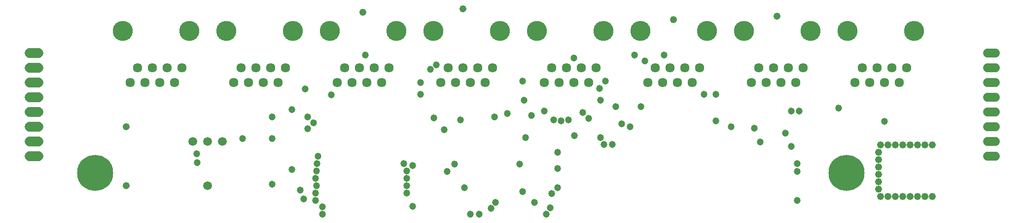
<source format=gbs>
G75*
%MOIN*%
%OFA0B0*%
%FSLAX24Y24*%
%IPPOS*%
%LPD*%
%AMOC8*
5,1,8,0,0,1.08239X$1,22.5*
%
%ADD10C,0.0634*%
%ADD11C,0.1360*%
%ADD12C,0.0600*%
%ADD13C,0.0680*%
%ADD14C,0.0595*%
%ADD15C,0.0480*%
%ADD16C,0.0470*%
%ADD17C,0.0476*%
%ADD18C,0.2442*%
D10*
X013583Y010180D03*
X014583Y010180D03*
X015583Y010180D03*
X016583Y010180D03*
X016083Y011180D03*
X017083Y011180D03*
X015083Y011180D03*
X014083Y011180D03*
X020583Y010180D03*
X021583Y010180D03*
X022583Y010180D03*
X023583Y010180D03*
X023083Y011180D03*
X022083Y011180D03*
X021083Y011180D03*
X024083Y011180D03*
X027583Y010180D03*
X028583Y010180D03*
X029583Y010180D03*
X030583Y010180D03*
X030083Y011180D03*
X029083Y011180D03*
X028083Y011180D03*
X031083Y011180D03*
X034583Y010180D03*
X035583Y010180D03*
X036583Y010180D03*
X037583Y010180D03*
X037083Y011180D03*
X038083Y011180D03*
X036083Y011180D03*
X035083Y011180D03*
X041583Y010180D03*
X042583Y010180D03*
X043583Y010180D03*
X044583Y010180D03*
X044083Y011180D03*
X045083Y011180D03*
X043083Y011180D03*
X042083Y011180D03*
X048583Y010180D03*
X049583Y010180D03*
X050583Y010180D03*
X051583Y010180D03*
X051083Y011180D03*
X050083Y011180D03*
X049083Y011180D03*
X052083Y011180D03*
X055583Y010180D03*
X056583Y010180D03*
X057583Y010180D03*
X058583Y010180D03*
X058083Y011180D03*
X057083Y011180D03*
X056083Y011180D03*
X059083Y011180D03*
X062583Y010180D03*
X063583Y010180D03*
X064583Y010180D03*
X065583Y010180D03*
X065083Y011180D03*
X066083Y011180D03*
X064083Y011180D03*
X063083Y011180D03*
D11*
X062083Y013680D03*
X059583Y013680D03*
X055083Y013680D03*
X052583Y013680D03*
X048083Y013680D03*
X045583Y013680D03*
X041083Y013680D03*
X038583Y013680D03*
X034083Y013680D03*
X031583Y013680D03*
X027083Y013680D03*
X024583Y013680D03*
X020083Y013680D03*
X017583Y013680D03*
X013083Y013680D03*
X066583Y013680D03*
D12*
X071573Y012180D02*
X072093Y012180D01*
X072093Y011180D02*
X071573Y011180D01*
X071573Y010180D02*
X072093Y010180D01*
X072093Y009180D02*
X071573Y009180D01*
X071573Y008180D02*
X072093Y008180D01*
X072093Y007180D02*
X071573Y007180D01*
X071573Y006180D02*
X072093Y006180D01*
X072093Y005180D02*
X071573Y005180D01*
D13*
X007383Y005180D02*
X006783Y005180D01*
X006783Y006180D02*
X007383Y006180D01*
X007383Y007180D02*
X006783Y007180D01*
X006783Y008180D02*
X007383Y008180D01*
X007383Y009180D02*
X006783Y009180D01*
X006783Y010180D02*
X007383Y010180D01*
X007383Y011180D02*
X006783Y011180D01*
X006783Y012180D02*
X007383Y012180D01*
D14*
X017833Y006180D03*
X018833Y006180D03*
X019833Y006180D03*
X018833Y003180D03*
D15*
X064208Y002930D03*
X064333Y002430D03*
X064833Y002430D03*
X065333Y002430D03*
X065833Y002430D03*
X066333Y002430D03*
X066833Y002430D03*
X067333Y002430D03*
X067833Y002430D03*
X064208Y003430D03*
X064208Y003930D03*
X064208Y004430D03*
X064208Y004930D03*
X064208Y005430D03*
X064333Y005930D03*
X064833Y005930D03*
X065333Y005930D03*
X065833Y005930D03*
X066333Y005930D03*
X066833Y005930D03*
X067333Y005930D03*
X067833Y005930D03*
D16*
X064583Y007530D03*
X061483Y008430D03*
X058833Y008230D03*
X058283Y008230D03*
X055783Y007080D03*
X054233Y007180D03*
X053183Y007580D03*
X057883Y006730D03*
X056183Y006130D03*
X058283Y005830D03*
X058683Y004680D03*
X058683Y004130D03*
X058683Y002180D03*
X046183Y005980D03*
X045633Y005980D03*
X045383Y006430D03*
X043633Y006580D03*
X046833Y007380D03*
X047383Y007180D03*
X044583Y007730D03*
X044183Y008130D03*
X043233Y007630D03*
X042733Y007580D03*
X042233Y007630D03*
X040733Y007930D03*
X041583Y008230D03*
X040233Y008980D03*
X039083Y008080D03*
X038233Y007830D03*
X035933Y007630D03*
X034133Y007780D03*
X034833Y006980D03*
X040333Y006430D03*
X042483Y005430D03*
X039933Y004630D03*
X042483Y004330D03*
X042483Y003030D03*
X042083Y002630D03*
X040133Y002780D03*
X040933Y002030D03*
X041983Y001680D03*
X041733Y001230D03*
X038283Y002030D03*
X037983Y001630D03*
X037183Y001230D03*
X036583Y001230D03*
X032683Y001780D03*
X032283Y002680D03*
X032283Y003180D03*
X032283Y003680D03*
X032283Y004180D03*
X032683Y004530D03*
X032083Y004680D03*
X035033Y004130D03*
X035533Y004630D03*
X036183Y003030D03*
X026583Y001730D03*
X026133Y002180D03*
X025333Y002280D03*
X026133Y002680D03*
X025083Y002880D03*
X026183Y003180D03*
X026133Y003680D03*
X026183Y004180D03*
X026233Y004680D03*
X024533Y004280D03*
X023183Y003280D03*
X018133Y004730D03*
X018083Y005330D03*
X021183Y006380D03*
X023183Y006380D03*
X025583Y007030D03*
X025983Y007430D03*
X025583Y007830D03*
X024533Y008330D03*
X023183Y007830D03*
X027183Y009330D03*
X025433Y009730D03*
X033233Y009380D03*
X033233Y010180D03*
X033883Y011080D03*
X034283Y011380D03*
X029483Y012030D03*
X040133Y010280D03*
X045333Y009780D03*
X045733Y010280D03*
X048383Y011630D03*
X047683Y012030D03*
X049683Y012030D03*
X043583Y011830D03*
X052383Y009380D03*
X053183Y009380D03*
X048133Y008530D03*
X046433Y008530D03*
X045383Y008980D03*
X026283Y005180D03*
X026583Y001230D03*
D17*
X013333Y003180D03*
X013333Y007180D03*
X029333Y014930D03*
X036083Y015180D03*
X050333Y014430D03*
X057333Y014680D03*
D18*
X062026Y004019D03*
X011239Y004019D03*
M02*

</source>
